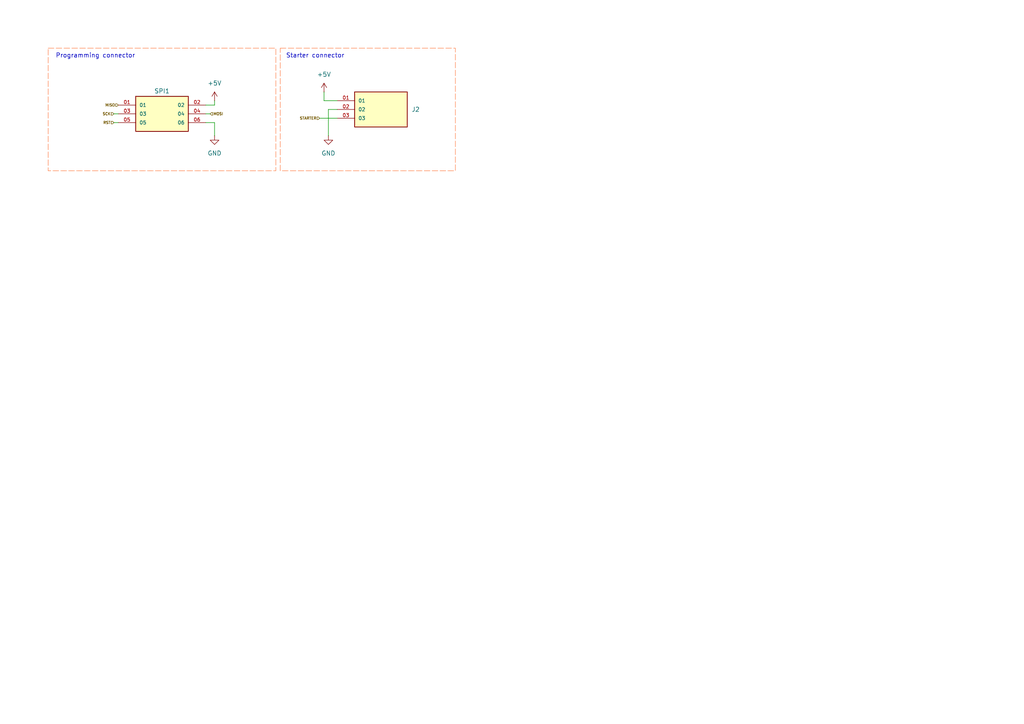
<source format=kicad_sch>
(kicad_sch (version 20231120) (generator "eeschema") (generator_version "8.0")
  (paper "A4")
  (lib_symbols
    (symbol "MTSW-103-23-F-D-230:MTSW-103-23-F-D-230" (pin_names (offset 1.016))
      (property "Reference" "J" (at -8.12 5.08 0))
      (property "Value" "MTSW-103-23-F-D-230" (at -7.62 -7.62 0))
      (symbol "MTSW-103-23-F-D-230_0_0"
        (rectangle (start -7.62 -5.08) (end 7.62 5.08) (stroke (width 0.254)) (fill (type background)))
        (pin passive line (at -12.7 2.54 0) (length 5.08) (name "01") (number "01"))
        (pin passive line (at 12.7 2.54 180) (length 5.08) (name "02") (number "02"))
        (pin passive line (at -12.7 0 0) (length 5.08) (name "03") (number "03"))
        (pin passive line (at 12.7 0 180) (length 5.08) (name "04") (number "04"))
        (pin passive line (at -12.7 -2.54 0) (length 5.08) (name "05") (number "05"))
        (pin passive line (at 12.7 -2.54 180) (length 5.08) (name "06") (number "06"))
      )
    )
    (symbol "MTSW-103-23-F-S-235:MTSW-103-23-F-S-235" (pin_names (offset 1.016))
      (property "Reference" "J" (at -8.12 5.08 0))
      (property "Value" "MTSW-103-23-F-S-235" (at -7.62 -7.62 0))
      (symbol "MTSW-103-23-F-S-235_0_0"
        (rectangle (start -7.62 -5.08) (end 7.62 5.08) (stroke (width 0.254)) (fill (type background)))
        (pin passive line (at -12.7 2.54 0) (length 5.08) (name "01") (number "01"))
        (pin passive line (at -12.7 0 0) (length 5.08) (name "02") (number "02"))
        (pin passive line (at -12.7 -2.54 0) (length 5.08) (name "03") (number "03"))
      )
    )
    (symbol "power:+5V" (power) (pin_numbers hide) (pin_names (offset 0) hide)
      (property "Value" "+5V" (at 0 3.556 0))
      (symbol "+5V_0_1"
        (polyline (pts (xy -0.762 1.27) (xy 0 2.54)))
        (polyline (pts (xy 0 0) (xy 0 2.54)))
        (polyline (pts (xy 0 2.54) (xy 0.762 1.27)))
      )
      (symbol "+5V_1_1"
        (pin power_in line (at 0 0 90) (length 0) (name "~") (number "1"))
      )
    )
    (symbol "power:GND" (power) (pin_numbers hide) (pin_names (offset 0) hide)
      (property "Value" "GND" (at 0 -3.81 0))
      (symbol "GND_0_1"
        (polyline (pts (xy 0 0) (xy 0 -1.27) (xy 1.27 -1.27) (xy 0 -2.54) (xy -1.27 -1.27) (xy 0 -1.27)))
      )
      (symbol "GND_1_1"
        (pin power_in line (at 0 0 270) (length 0) (name "~") (number "1"))
      )
    )
  )
  (wire (pts (xy 93.98 26.67) (xy 93.98 29.21)))
  (wire (pts (xy 62.23 35.56) (xy 62.23 39.37)))
  (wire (pts (xy 97.79 29.21) (xy 93.98 29.21)))
  (wire (pts (xy 59.69 35.56) (xy 62.23 35.56)))
  (wire (pts (xy 33.02 35.56) (xy 34.29 35.56)))
  (wire (pts (xy 62.23 29.21) (xy 62.23 30.48)))
  (wire (pts (xy 95.25 31.75) (xy 95.25 39.37)))
  (wire (pts (xy 92.71 34.29) (xy 97.79 34.29)))
  (wire (pts (xy 33.02 33.02) (xy 34.29 33.02)))
  (wire (pts (xy 59.69 30.48) (xy 62.23 30.48)))
  (wire (pts (xy 59.69 33.02) (xy 60.96 33.02)))
  (wire (pts (xy 97.79 31.75) (xy 95.25 31.75)))
  (rectangle (start 13.97 13.97) (end 80.01 49.53) (stroke (width 0) (type dash) (color 255 133 81 1)))
  (rectangle (start 81.28 13.97) (end 132.08 49.53) (stroke (width 0) (type dash) (color 255 133 81 1)))
  (text "Programming connector" (at 27.686 16.256 0) (effects (font (size 1.27 1.27))))
  (text "Starter connector\n" (at 91.44 16.256 0) (effects (font (size 1.27 1.27))))
  (hierarchical_label "SCK" (shape input) (at 33.02 33.02 180) (effects (font (size 0.762 0.762))))
  (hierarchical_label "RST" (shape input) (at 33.02 35.56 180) (effects (font (size 0.762 0.762))))
  (hierarchical_label "MOSI" (shape input) (at 60.96 33.02 0) (effects (font (size 0.762 0.762))))
  (hierarchical_label "MISO" (shape input) (at 34.29 30.48 180) (effects (font (size 0.762 0.762))))
  (hierarchical_label "STARTER" (shape input) (at 92.71 34.29 180) (effects (font (size 0.762 0.762))))
  (symbol (lib_id "power:GND") (at 95.25 39.37 0) (unit 1)
    (property "Reference" "#PWR034" (effects (hide yes)))
    (property "Value" "GND" (at 95.25 44.45 0))
    (property "Description" "Power symbol creates a global label with name \"GND\" , ground" (effects (hide yes)))
  )
  (symbol (lib_id "MTSW-103-23-F-D-230:MTSW-103-23-F-D-230") (at 46.99 33.02 0) (unit 1)
    (property "Reference" "SPI1" (at 46.99 26.416 0))
    (property "Value" "MTSW-103-23-F-D-230" (effects (hide yes)))
    (property "Footprint" "MTSW-103-23-F-D-230:SAMTEC_MTSW-103-23-F-D-230" (effects (hide yes)))
    (property "MF" "Samtec" (effects (hide yes)))
    (property "Description_1" "\nCONN HEADER VERT 6POS 2.54MM\n" (effects (hide yes)))
    (property "Package" "None" (effects (hide yes)))
    (property "Price" "None" (effects (hide yes)))
    (property "Check_prices" "https://www.snapeda.com/parts/MTSW-103-23-F-D-230/Samtec/view-part/?ref=eda" (effects (hide yes)))
    (property "STANDARD" "Manufacturer Recommendations" (effects (hide yes)))
    (property "PARTREV" "R" (effects (hide yes)))
    (property "SnapEDA_Link" "https://www.snapeda.com/parts/MTSW-103-23-F-D-230/Samtec/view-part/?ref=snap" (effects (hide yes)))
    (property "MP" "MTSW-103-23-F-D-230" (effects (hide yes)))
    (property "Availability" "In Stock" (effects (hide yes)))
    (property "MANUFACTURER" "Samtec" (effects (hide yes)))
  )
  (symbol (lib_id "MTSW-103-23-F-S-235:MTSW-103-23-F-S-235") (at 110.49 31.75 0) (unit 1)
    (property "Reference" "J2" (at 119.38 31.7499 0) (effects (justify left)))
    (property "Value" "MTSW-103-23-F-S-235" (effects (hide yes)))
    (property "Footprint" "MTSW-103-23-F-S-235:SAMTEC_MTSW-103-23-F-S-235" (effects (hide yes)))
    (property "MF" "Samtec" (effects (hide yes)))
    (property "Description_1" "\nConnector Header Through Hole 3 position 0.100 (2.54mm)\n" (effects (hide yes)))
    (property "Package" "None" (effects (hide yes)))
    (property "Price" "None" (effects (hide yes)))
    (property "Check_prices" "https://www.snapeda.com/parts/MTSW-103-23-F-S-235/Samtec/view-part/?ref=eda" (effects (hide yes)))
    (property "STANDARD" "Manufacturer Recommendations" (effects (hide yes)))
    (property "PARTREV" "R" (effects (hide yes)))
    (property "SnapEDA_Link" "https://www.snapeda.com/parts/MTSW-103-23-F-S-235/Samtec/view-part/?ref=snap" (effects (hide yes)))
    (property "MP" "MTSW-103-23-F-S-235" (effects (hide yes)))
    (property "Purchase-URL" "https://www.snapeda.com/api/url_track_click_mouser/?unipart_id=3579166&manufacturer=Samtec&part_name=MTSW-103-23-F-S-235&search_term=mtsw-103-" (effects (hide yes)))
    (property "Availability" "In Stock" (effects (hide yes)))
    (property "MANUFACTURER" "Samtec" (effects (hide yes)))
  )
  (symbol (lib_id "power:+5V") (at 93.98 26.67 0) (unit 1)
    (property "Reference" "#PWR033" (effects (hide yes)))
    (property "Value" "+5V" (at 93.98 21.59 0))
    (property "Description" "Power symbol creates a global label with name \"+5V\"" (effects (hide yes)))
  )
  (symbol (lib_id "power:GND") (at 62.23 39.37 0) (unit 1)
    (property "Reference" "#PWR02" (effects (hide yes)))
    (property "Value" "GND" (at 62.23 44.45 0))
    (property "Description" "Power symbol creates a global label with name \"GND\" , ground" (effects (hide yes)))
  )
  (symbol (lib_id "power:+5V") (at 62.23 29.21 0) (unit 1)
    (property "Reference" "#PWR035" (effects (hide yes)))
    (property "Value" "+5V" (at 62.23 24.13 0))
    (property "Description" "Power symbol creates a global label with name \"+5V\"" (effects (hide yes)))
  )
)
</source>
